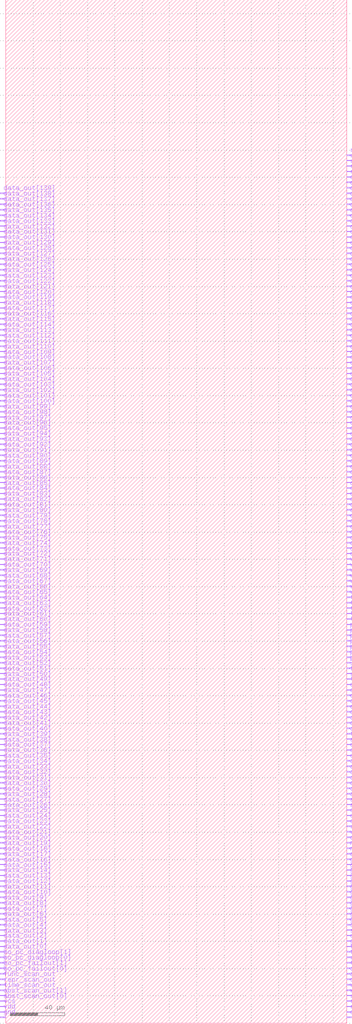
<source format=lef>
VERSION 5.7 ;
  NOWIREEXTENSIONATPIN ON ;
  DIVIDERCHAR "/" ;
  BUSBITCHARS "[]" ;
MACRO tri_32x70_2w_1r1w
  CLASS BLOCK ;
  FOREIGN tri_32x70_2w_1r1w ;
  ORIGIN 0.000 0.000 ;
  SIZE 250.000 BY 750.000 ;
  PIN gnd
    DIRECTION INOUT ;
    USE SIGNAL ;
    PORT
      LAYER met3 ;
        RECT -4.000 4.000 0.000 4.600 ;
    END
  END gnd
  PIN vdd
    DIRECTION INOUT ;
    USE SIGNAL ;
    PORT
      LAYER met3 ;
        RECT -4.000 8.000 0.000 8.600 ;
    END
  END vdd
  PIN vcs
    DIRECTION INOUT ;
    USE SIGNAL ;
    PORT
      LAYER met3 ;
        RECT -4.000 12.000 0.000 12.600 ;
    END
  END vcs
  PIN clk
    DIRECTION INPUT ;
    USE SIGNAL ;
    PORT
      LAYER met3 ;
        RECT 250.000 4.000 254.000 4.600 ;
    END
  END clk
  PIN rst
    DIRECTION INPUT ;
    USE SIGNAL ;
    PORT
      LAYER met3 ;
        RECT 250.000 8.000 254.000 8.600 ;
    END
  END rst
  PIN rd_act[0]
    DIRECTION INPUT ;
    USE SIGNAL ;
    PORT
      LAYER met3 ;
        RECT 250.000 12.000 254.000 12.600 ;
    END
  END rd_act[0]
  PIN rd_act[1]
    DIRECTION INPUT ;
    USE SIGNAL ;
    PORT
      LAYER met3 ;
        RECT 250.000 16.000 254.000 16.600 ;
    END
  END rd_act[1]
  PIN wr_act[0]
    DIRECTION INPUT ;
    USE SIGNAL ;
    PORT
      LAYER met3 ;
        RECT 250.000 20.000 254.000 20.600 ;
    END
  END wr_act[0]
  PIN wr_act[1]
    DIRECTION INPUT ;
    USE SIGNAL ;
    PORT
      LAYER met3 ;
        RECT 250.000 24.000 254.000 24.600 ;
    END
  END wr_act[1]
  PIN sg_0
    DIRECTION INPUT ;
    USE SIGNAL ;
    PORT
      LAYER met3 ;
        RECT 250.000 28.000 254.000 28.600 ;
    END
  END sg_0
  PIN abst_sl_thold_0
    DIRECTION INPUT ;
    USE SIGNAL ;
    PORT
      LAYER met3 ;
        RECT 250.000 32.000 254.000 32.600 ;
    END
  END abst_sl_thold_0
  PIN ary_nsl_thold_0
    DIRECTION INPUT ;
    USE SIGNAL ;
    PORT
      LAYER met3 ;
        RECT 250.000 36.000 254.000 36.600 ;
    END
  END ary_nsl_thold_0
  PIN time_sl_thold_0
    DIRECTION INPUT ;
    USE SIGNAL ;
    PORT
      LAYER met3 ;
        RECT 250.000 40.000 254.000 40.600 ;
    END
  END time_sl_thold_0
  PIN repr_sl_thold_0
    DIRECTION INPUT ;
    USE SIGNAL ;
    PORT
      LAYER met3 ;
        RECT 250.000 44.000 254.000 44.600 ;
    END
  END repr_sl_thold_0
  PIN func_sl_force
    DIRECTION INPUT ;
    USE SIGNAL ;
    PORT
      LAYER met3 ;
        RECT 250.000 48.000 254.000 48.600 ;
    END
  END func_sl_force
  PIN func_sl_thold_0_b
    DIRECTION INPUT ;
    USE SIGNAL ;
    PORT
      LAYER met3 ;
        RECT 250.000 52.000 254.000 52.600 ;
    END
  END func_sl_thold_0_b
  PIN g8t_clkoff_dc_b
    DIRECTION INPUT ;
    USE SIGNAL ;
    PORT
      LAYER met3 ;
        RECT 250.000 56.000 254.000 56.600 ;
    END
  END g8t_clkoff_dc_b
  PIN ccflush_dc
    DIRECTION INPUT ;
    USE SIGNAL ;
    PORT
      LAYER met3 ;
        RECT 250.000 60.000 254.000 60.600 ;
    END
  END ccflush_dc
  PIN scan_dis_dc_b
    DIRECTION INPUT ;
    USE SIGNAL ;
    PORT
      LAYER met3 ;
        RECT 250.000 64.000 254.000 64.600 ;
    END
  END scan_dis_dc_b
  PIN scan_diag_dc
    DIRECTION INPUT ;
    USE SIGNAL ;
    PORT
      LAYER met3 ;
        RECT 250.000 68.000 254.000 68.600 ;
    END
  END scan_diag_dc
  PIN g8t_d_mode_dc
    DIRECTION INPUT ;
    USE SIGNAL ;
    PORT
      LAYER met3 ;
        RECT 250.000 72.000 254.000 72.600 ;
    END
  END g8t_d_mode_dc
  PIN g8t_mpw1_dc_b[0]
    DIRECTION INPUT ;
    USE SIGNAL ;
    PORT
      LAYER met3 ;
        RECT 250.000 76.000 254.000 76.600 ;
    END
  END g8t_mpw1_dc_b[0]
  PIN g8t_mpw1_dc_b[1]
    DIRECTION INPUT ;
    USE SIGNAL ;
    PORT
      LAYER met3 ;
        RECT 250.000 80.000 254.000 80.600 ;
    END
  END g8t_mpw1_dc_b[1]
  PIN g8t_mpw1_dc_b[2]
    DIRECTION INPUT ;
    USE SIGNAL ;
    PORT
      LAYER met3 ;
        RECT 250.000 84.000 254.000 84.600 ;
    END
  END g8t_mpw1_dc_b[2]
  PIN g8t_mpw1_dc_b[3]
    DIRECTION INPUT ;
    USE SIGNAL ;
    PORT
      LAYER met3 ;
        RECT 250.000 88.000 254.000 88.600 ;
    END
  END g8t_mpw1_dc_b[3]
  PIN g8t_mpw1_dc_b[4]
    DIRECTION INPUT ;
    USE SIGNAL ;
    PORT
      LAYER met3 ;
        RECT 250.000 92.000 254.000 92.600 ;
    END
  END g8t_mpw1_dc_b[4]
  PIN g8t_mpw2_dc_b
    DIRECTION INPUT ;
    USE SIGNAL ;
    PORT
      LAYER met3 ;
        RECT 250.000 96.000 254.000 96.600 ;
    END
  END g8t_mpw2_dc_b
  PIN g8t_delay_lclkr_dc[0]
    DIRECTION INPUT ;
    USE SIGNAL ;
    PORT
      LAYER met3 ;
        RECT 250.000 100.000 254.000 100.600 ;
    END
  END g8t_delay_lclkr_dc[0]
  PIN g8t_delay_lclkr_dc[1]
    DIRECTION INPUT ;
    USE SIGNAL ;
    PORT
      LAYER met3 ;
        RECT 250.000 104.000 254.000 104.600 ;
    END
  END g8t_delay_lclkr_dc[1]
  PIN g8t_delay_lclkr_dc[2]
    DIRECTION INPUT ;
    USE SIGNAL ;
    PORT
      LAYER met3 ;
        RECT 250.000 108.000 254.000 108.600 ;
    END
  END g8t_delay_lclkr_dc[2]
  PIN g8t_delay_lclkr_dc[3]
    DIRECTION INPUT ;
    USE SIGNAL ;
    PORT
      LAYER met3 ;
        RECT 250.000 112.000 254.000 112.600 ;
    END
  END g8t_delay_lclkr_dc[3]
  PIN g8t_delay_lclkr_dc[4]
    DIRECTION INPUT ;
    USE SIGNAL ;
    PORT
      LAYER met3 ;
        RECT 250.000 116.000 254.000 116.600 ;
    END
  END g8t_delay_lclkr_dc[4]
  PIN d_mode_dc
    DIRECTION INPUT ;
    USE SIGNAL ;
    PORT
      LAYER met3 ;
        RECT 250.000 120.000 254.000 120.600 ;
    END
  END d_mode_dc
  PIN mpw1_dc_b
    DIRECTION INPUT ;
    USE SIGNAL ;
    PORT
      LAYER met3 ;
        RECT 250.000 124.000 254.000 124.600 ;
    END
  END mpw1_dc_b
  PIN mpw2_dc_b
    DIRECTION INPUT ;
    USE SIGNAL ;
    PORT
      LAYER met3 ;
        RECT 250.000 128.000 254.000 128.600 ;
    END
  END mpw2_dc_b
  PIN delay_lclkr_dc
    DIRECTION INPUT ;
    USE SIGNAL ;
    PORT
      LAYER met3 ;
        RECT 250.000 132.000 254.000 132.600 ;
    END
  END delay_lclkr_dc
  PIN wr_abst_act
    DIRECTION INPUT ;
    USE SIGNAL ;
    PORT
      LAYER met3 ;
        RECT 250.000 136.000 254.000 136.600 ;
    END
  END wr_abst_act
  PIN rd0_abst_act
    DIRECTION INPUT ;
    USE SIGNAL ;
    PORT
      LAYER met3 ;
        RECT 250.000 140.000 254.000 140.600 ;
    END
  END rd0_abst_act
  PIN abist_di[0]
    DIRECTION INPUT ;
    USE SIGNAL ;
    PORT
      LAYER met3 ;
        RECT 250.000 144.000 254.000 144.600 ;
    END
  END abist_di[0]
  PIN abist_di[1]
    DIRECTION INPUT ;
    USE SIGNAL ;
    PORT
      LAYER met3 ;
        RECT 250.000 148.000 254.000 148.600 ;
    END
  END abist_di[1]
  PIN abist_di[2]
    DIRECTION INPUT ;
    USE SIGNAL ;
    PORT
      LAYER met3 ;
        RECT 250.000 152.000 254.000 152.600 ;
    END
  END abist_di[2]
  PIN abist_di[3]
    DIRECTION INPUT ;
    USE SIGNAL ;
    PORT
      LAYER met3 ;
        RECT 250.000 156.000 254.000 156.600 ;
    END
  END abist_di[3]
  PIN abist_bw_odd
    DIRECTION INPUT ;
    USE SIGNAL ;
    PORT
      LAYER met3 ;
        RECT 250.000 160.000 254.000 160.600 ;
    END
  END abist_bw_odd
  PIN abist_bw_even
    DIRECTION INPUT ;
    USE SIGNAL ;
    PORT
      LAYER met3 ;
        RECT 250.000 164.000 254.000 164.600 ;
    END
  END abist_bw_even
  PIN abist_wr_adr[0]
    DIRECTION INPUT ;
    USE SIGNAL ;
    PORT
      LAYER met3 ;
        RECT 250.000 168.000 254.000 168.600 ;
    END
  END abist_wr_adr[0]
  PIN abist_wr_adr[1]
    DIRECTION INPUT ;
    USE SIGNAL ;
    PORT
      LAYER met3 ;
        RECT 250.000 172.000 254.000 172.600 ;
    END
  END abist_wr_adr[1]
  PIN abist_wr_adr[2]
    DIRECTION INPUT ;
    USE SIGNAL ;
    PORT
      LAYER met3 ;
        RECT 250.000 176.000 254.000 176.600 ;
    END
  END abist_wr_adr[2]
  PIN abist_wr_adr[3]
    DIRECTION INPUT ;
    USE SIGNAL ;
    PORT
      LAYER met3 ;
        RECT 250.000 180.000 254.000 180.600 ;
    END
  END abist_wr_adr[3]
  PIN abist_wr_adr[4]
    DIRECTION INPUT ;
    USE SIGNAL ;
    PORT
      LAYER met3 ;
        RECT 250.000 184.000 254.000 184.600 ;
    END
  END abist_wr_adr[4]
  PIN abist_rd0_adr[0]
    DIRECTION INPUT ;
    USE SIGNAL ;
    PORT
      LAYER met3 ;
        RECT 250.000 188.000 254.000 188.600 ;
    END
  END abist_rd0_adr[0]
  PIN abist_rd0_adr[1]
    DIRECTION INPUT ;
    USE SIGNAL ;
    PORT
      LAYER met3 ;
        RECT 250.000 192.000 254.000 192.600 ;
    END
  END abist_rd0_adr[1]
  PIN abist_rd0_adr[2]
    DIRECTION INPUT ;
    USE SIGNAL ;
    PORT
      LAYER met3 ;
        RECT 250.000 196.000 254.000 196.600 ;
    END
  END abist_rd0_adr[2]
  PIN abist_rd0_adr[3]
    DIRECTION INPUT ;
    USE SIGNAL ;
    PORT
      LAYER met3 ;
        RECT 250.000 200.000 254.000 200.600 ;
    END
  END abist_rd0_adr[3]
  PIN abist_rd0_adr[4]
    DIRECTION INPUT ;
    USE SIGNAL ;
    PORT
      LAYER met3 ;
        RECT 250.000 204.000 254.000 204.600 ;
    END
  END abist_rd0_adr[4]
  PIN tc_lbist_ary_wrt_thru_dc
    DIRECTION INPUT ;
    USE SIGNAL ;
    PORT
      LAYER met3 ;
        RECT 250.000 208.000 254.000 208.600 ;
    END
  END tc_lbist_ary_wrt_thru_dc
  PIN abist_ena_1
    DIRECTION INPUT ;
    USE SIGNAL ;
    PORT
      LAYER met3 ;
        RECT 250.000 212.000 254.000 212.600 ;
    END
  END abist_ena_1
  PIN abist_g8t_rd0_comp_ena
    DIRECTION INPUT ;
    USE SIGNAL ;
    PORT
      LAYER met3 ;
        RECT 250.000 216.000 254.000 216.600 ;
    END
  END abist_g8t_rd0_comp_ena
  PIN abist_raw_dc_b
    DIRECTION INPUT ;
    USE SIGNAL ;
    PORT
      LAYER met3 ;
        RECT 250.000 220.000 254.000 220.600 ;
    END
  END abist_raw_dc_b
  PIN obs0_abist_cmp[0]
    DIRECTION INPUT ;
    USE SIGNAL ;
    PORT
      LAYER met3 ;
        RECT 250.000 224.000 254.000 224.600 ;
    END
  END obs0_abist_cmp[0]
  PIN obs0_abist_cmp[1]
    DIRECTION INPUT ;
    USE SIGNAL ;
    PORT
      LAYER met3 ;
        RECT 250.000 228.000 254.000 228.600 ;
    END
  END obs0_abist_cmp[1]
  PIN obs0_abist_cmp[2]
    DIRECTION INPUT ;
    USE SIGNAL ;
    PORT
      LAYER met3 ;
        RECT 250.000 232.000 254.000 232.600 ;
    END
  END obs0_abist_cmp[2]
  PIN obs0_abist_cmp[3]
    DIRECTION INPUT ;
    USE SIGNAL ;
    PORT
      LAYER met3 ;
        RECT 250.000 236.000 254.000 236.600 ;
    END
  END obs0_abist_cmp[3]
  PIN abst_scan_in[0]
    DIRECTION INPUT ;
    USE SIGNAL ;
    PORT
      LAYER met3 ;
        RECT 250.000 240.000 254.000 240.600 ;
    END
  END abst_scan_in[0]
  PIN abst_scan_in[1]
    DIRECTION INPUT ;
    USE SIGNAL ;
    PORT
      LAYER met3 ;
        RECT 250.000 244.000 254.000 244.600 ;
    END
  END abst_scan_in[1]
  PIN time_scan_in
    DIRECTION INPUT ;
    USE SIGNAL ;
    PORT
      LAYER met3 ;
        RECT 250.000 248.000 254.000 248.600 ;
    END
  END time_scan_in
  PIN repr_scan_in
    DIRECTION INPUT ;
    USE SIGNAL ;
    PORT
      LAYER met3 ;
        RECT 250.000 252.000 254.000 252.600 ;
    END
  END repr_scan_in
  PIN func_scan_in
    DIRECTION INPUT ;
    USE SIGNAL ;
    PORT
      LAYER met3 ;
        RECT 250.000 256.000 254.000 256.600 ;
    END
  END func_scan_in
  PIN abst_scan_out[0]
    DIRECTION OUTPUT TRISTATE ;
    USE SIGNAL ;
    PORT
      LAYER met3 ;
        RECT -4.000 16.000 0.000 16.600 ;
    END
  END abst_scan_out[0]
  PIN abst_scan_out[1]
    DIRECTION OUTPUT TRISTATE ;
    USE SIGNAL ;
    PORT
      LAYER met3 ;
        RECT -4.000 20.000 0.000 20.600 ;
    END
  END abst_scan_out[1]
  PIN time_scan_out
    DIRECTION OUTPUT TRISTATE ;
    USE SIGNAL ;
    PORT
      LAYER met3 ;
        RECT -4.000 24.000 0.000 24.600 ;
    END
  END time_scan_out
  PIN repr_scan_out
    DIRECTION OUTPUT TRISTATE ;
    USE SIGNAL ;
    PORT
      LAYER met3 ;
        RECT -4.000 28.000 0.000 28.600 ;
    END
  END repr_scan_out
  PIN func_scan_out
    DIRECTION OUTPUT TRISTATE ;
    USE SIGNAL ;
    PORT
      LAYER met3 ;
        RECT -4.000 32.000 0.000 32.600 ;
    END
  END func_scan_out
  PIN lcb_bolt_sl_thold_0
    DIRECTION INPUT ;
    USE SIGNAL ;
    PORT
      LAYER met3 ;
        RECT 250.000 260.000 254.000 260.600 ;
    END
  END lcb_bolt_sl_thold_0
  PIN pc_bo_enable_2
    DIRECTION INPUT ;
    USE SIGNAL ;
    PORT
      LAYER met3 ;
        RECT 250.000 264.000 254.000 264.600 ;
    END
  END pc_bo_enable_2
  PIN pc_bo_reset
    DIRECTION INPUT ;
    USE SIGNAL ;
    PORT
      LAYER met3 ;
        RECT 250.000 268.000 254.000 268.600 ;
    END
  END pc_bo_reset
  PIN pc_bo_unload
    DIRECTION INPUT ;
    USE SIGNAL ;
    PORT
      LAYER met3 ;
        RECT 250.000 272.000 254.000 272.600 ;
    END
  END pc_bo_unload
  PIN pc_bo_repair
    DIRECTION INPUT ;
    USE SIGNAL ;
    PORT
      LAYER met3 ;
        RECT 250.000 276.000 254.000 276.600 ;
    END
  END pc_bo_repair
  PIN pc_bo_shdata
    DIRECTION INPUT ;
    USE SIGNAL ;
    PORT
      LAYER met3 ;
        RECT 250.000 280.000 254.000 280.600 ;
    END
  END pc_bo_shdata
  PIN pc_bo_select[0]
    DIRECTION INPUT ;
    USE SIGNAL ;
    PORT
      LAYER met3 ;
        RECT 250.000 284.000 254.000 284.600 ;
    END
  END pc_bo_select[0]
  PIN pc_bo_select[1]
    DIRECTION INPUT ;
    USE SIGNAL ;
    PORT
      LAYER met3 ;
        RECT 250.000 288.000 254.000 288.600 ;
    END
  END pc_bo_select[1]
  PIN bo_pc_failout[0]
    DIRECTION OUTPUT TRISTATE ;
    USE SIGNAL ;
    PORT
      LAYER met3 ;
        RECT -4.000 36.000 0.000 36.600 ;
    END
  END bo_pc_failout[0]
  PIN bo_pc_failout[1]
    DIRECTION OUTPUT TRISTATE ;
    USE SIGNAL ;
    PORT
      LAYER met3 ;
        RECT -4.000 40.000 0.000 40.600 ;
    END
  END bo_pc_failout[1]
  PIN bo_pc_diagloop[0]
    DIRECTION OUTPUT TRISTATE ;
    USE SIGNAL ;
    PORT
      LAYER met3 ;
        RECT -4.000 44.000 0.000 44.600 ;
    END
  END bo_pc_diagloop[0]
  PIN bo_pc_diagloop[1]
    DIRECTION OUTPUT TRISTATE ;
    USE SIGNAL ;
    PORT
      LAYER met3 ;
        RECT -4.000 48.000 0.000 48.600 ;
    END
  END bo_pc_diagloop[1]
  PIN tri_lcb_mpw1_dc_b
    DIRECTION INPUT ;
    USE SIGNAL ;
    PORT
      LAYER met3 ;
        RECT 250.000 292.000 254.000 292.600 ;
    END
  END tri_lcb_mpw1_dc_b
  PIN tri_lcb_mpw2_dc_b
    DIRECTION INPUT ;
    USE SIGNAL ;
    PORT
      LAYER met3 ;
        RECT 250.000 296.000 254.000 296.600 ;
    END
  END tri_lcb_mpw2_dc_b
  PIN tri_lcb_delay_lclkr_dc
    DIRECTION INPUT ;
    USE SIGNAL ;
    PORT
      LAYER met3 ;
        RECT 250.000 300.000 254.000 300.600 ;
    END
  END tri_lcb_delay_lclkr_dc
  PIN tri_lcb_clkoff_dc_b
    DIRECTION INPUT ;
    USE SIGNAL ;
    PORT
      LAYER met3 ;
        RECT 250.000 304.000 254.000 304.600 ;
    END
  END tri_lcb_clkoff_dc_b
  PIN tri_lcb_act_dis_dc
    DIRECTION INPUT ;
    USE SIGNAL ;
    PORT
      LAYER met3 ;
        RECT 250.000 308.000 254.000 308.600 ;
    END
  END tri_lcb_act_dis_dc
  PIN wr_way[0]
    DIRECTION INPUT ;
    USE SIGNAL ;
    PORT
      LAYER met3 ;
        RECT 250.000 312.000 254.000 312.600 ;
    END
  END wr_way[0]
  PIN wr_way[1]
    DIRECTION INPUT ;
    USE SIGNAL ;
    PORT
      LAYER met3 ;
        RECT 250.000 316.000 254.000 316.600 ;
    END
  END wr_way[1]
  PIN wr_addr[0]
    DIRECTION INPUT ;
    USE SIGNAL ;
    PORT
      LAYER met3 ;
        RECT 250.000 320.000 254.000 320.600 ;
    END
  END wr_addr[0]
  PIN wr_addr[1]
    DIRECTION INPUT ;
    USE SIGNAL ;
    PORT
      LAYER met3 ;
        RECT 250.000 324.000 254.000 324.600 ;
    END
  END wr_addr[1]
  PIN wr_addr[2]
    DIRECTION INPUT ;
    USE SIGNAL ;
    PORT
      LAYER met3 ;
        RECT 250.000 328.000 254.000 328.600 ;
    END
  END wr_addr[2]
  PIN wr_addr[3]
    DIRECTION INPUT ;
    USE SIGNAL ;
    PORT
      LAYER met3 ;
        RECT 250.000 332.000 254.000 332.600 ;
    END
  END wr_addr[3]
  PIN wr_addr[4]
    DIRECTION INPUT ;
    USE SIGNAL ;
    PORT
      LAYER met3 ;
        RECT 250.000 336.000 254.000 336.600 ;
    END
  END wr_addr[4]
  PIN data_in[0]
    DIRECTION INPUT ;
    USE SIGNAL ;
    PORT
      LAYER met3 ;
        RECT 250.000 340.000 254.000 340.600 ;
    END
  END data_in[0]
  PIN data_in[1]
    DIRECTION INPUT ;
    USE SIGNAL ;
    PORT
      LAYER met3 ;
        RECT 250.000 344.000 254.000 344.600 ;
    END
  END data_in[1]
  PIN data_in[2]
    DIRECTION INPUT ;
    USE SIGNAL ;
    PORT
      LAYER met3 ;
        RECT 250.000 348.000 254.000 348.600 ;
    END
  END data_in[2]
  PIN data_in[3]
    DIRECTION INPUT ;
    USE SIGNAL ;
    PORT
      LAYER met3 ;
        RECT 250.000 352.000 254.000 352.600 ;
    END
  END data_in[3]
  PIN data_in[4]
    DIRECTION INPUT ;
    USE SIGNAL ;
    PORT
      LAYER met3 ;
        RECT 250.000 356.000 254.000 356.600 ;
    END
  END data_in[4]
  PIN data_in[5]
    DIRECTION INPUT ;
    USE SIGNAL ;
    PORT
      LAYER met3 ;
        RECT 250.000 360.000 254.000 360.600 ;
    END
  END data_in[5]
  PIN data_in[6]
    DIRECTION INPUT ;
    USE SIGNAL ;
    PORT
      LAYER met3 ;
        RECT 250.000 364.000 254.000 364.600 ;
    END
  END data_in[6]
  PIN data_in[7]
    DIRECTION INPUT ;
    USE SIGNAL ;
    PORT
      LAYER met3 ;
        RECT 250.000 368.000 254.000 368.600 ;
    END
  END data_in[7]
  PIN data_in[8]
    DIRECTION INPUT ;
    USE SIGNAL ;
    PORT
      LAYER met3 ;
        RECT 250.000 372.000 254.000 372.600 ;
    END
  END data_in[8]
  PIN data_in[9]
    DIRECTION INPUT ;
    USE SIGNAL ;
    PORT
      LAYER met3 ;
        RECT 250.000 376.000 254.000 376.600 ;
    END
  END data_in[9]
  PIN data_in[10]
    DIRECTION INPUT ;
    USE SIGNAL ;
    PORT
      LAYER met3 ;
        RECT 250.000 380.000 254.000 380.600 ;
    END
  END data_in[10]
  PIN data_in[11]
    DIRECTION INPUT ;
    USE SIGNAL ;
    PORT
      LAYER met3 ;
        RECT 250.000 384.000 254.000 384.600 ;
    END
  END data_in[11]
  PIN data_in[12]
    DIRECTION INPUT ;
    USE SIGNAL ;
    PORT
      LAYER met3 ;
        RECT 250.000 388.000 254.000 388.600 ;
    END
  END data_in[12]
  PIN data_in[13]
    DIRECTION INPUT ;
    USE SIGNAL ;
    PORT
      LAYER met3 ;
        RECT 250.000 392.000 254.000 392.600 ;
    END
  END data_in[13]
  PIN data_in[14]
    DIRECTION INPUT ;
    USE SIGNAL ;
    PORT
      LAYER met3 ;
        RECT 250.000 396.000 254.000 396.600 ;
    END
  END data_in[14]
  PIN data_in[15]
    DIRECTION INPUT ;
    USE SIGNAL ;
    PORT
      LAYER met3 ;
        RECT 250.000 400.000 254.000 400.600 ;
    END
  END data_in[15]
  PIN data_in[16]
    DIRECTION INPUT ;
    USE SIGNAL ;
    PORT
      LAYER met3 ;
        RECT 250.000 404.000 254.000 404.600 ;
    END
  END data_in[16]
  PIN data_in[17]
    DIRECTION INPUT ;
    USE SIGNAL ;
    PORT
      LAYER met3 ;
        RECT 250.000 408.000 254.000 408.600 ;
    END
  END data_in[17]
  PIN data_in[18]
    DIRECTION INPUT ;
    USE SIGNAL ;
    PORT
      LAYER met3 ;
        RECT 250.000 412.000 254.000 412.600 ;
    END
  END data_in[18]
  PIN data_in[19]
    DIRECTION INPUT ;
    USE SIGNAL ;
    PORT
      LAYER met3 ;
        RECT 250.000 416.000 254.000 416.600 ;
    END
  END data_in[19]
  PIN data_in[20]
    DIRECTION INPUT ;
    USE SIGNAL ;
    PORT
      LAYER met3 ;
        RECT 250.000 420.000 254.000 420.600 ;
    END
  END data_in[20]
  PIN data_in[21]
    DIRECTION INPUT ;
    USE SIGNAL ;
    PORT
      LAYER met3 ;
        RECT 250.000 424.000 254.000 424.600 ;
    END
  END data_in[21]
  PIN data_in[22]
    DIRECTION INPUT ;
    USE SIGNAL ;
    PORT
      LAYER met3 ;
        RECT 250.000 428.000 254.000 428.600 ;
    END
  END data_in[22]
  PIN data_in[23]
    DIRECTION INPUT ;
    USE SIGNAL ;
    PORT
      LAYER met3 ;
        RECT 250.000 432.000 254.000 432.600 ;
    END
  END data_in[23]
  PIN data_in[24]
    DIRECTION INPUT ;
    USE SIGNAL ;
    PORT
      LAYER met3 ;
        RECT 250.000 436.000 254.000 436.600 ;
    END
  END data_in[24]
  PIN data_in[25]
    DIRECTION INPUT ;
    USE SIGNAL ;
    PORT
      LAYER met3 ;
        RECT 250.000 440.000 254.000 440.600 ;
    END
  END data_in[25]
  PIN data_in[26]
    DIRECTION INPUT ;
    USE SIGNAL ;
    PORT
      LAYER met3 ;
        RECT 250.000 444.000 254.000 444.600 ;
    END
  END data_in[26]
  PIN data_in[27]
    DIRECTION INPUT ;
    USE SIGNAL ;
    PORT
      LAYER met3 ;
        RECT 250.000 448.000 254.000 448.600 ;
    END
  END data_in[27]
  PIN data_in[28]
    DIRECTION INPUT ;
    USE SIGNAL ;
    PORT
      LAYER met3 ;
        RECT 250.000 452.000 254.000 452.600 ;
    END
  END data_in[28]
  PIN data_in[29]
    DIRECTION INPUT ;
    USE SIGNAL ;
    PORT
      LAYER met3 ;
        RECT 250.000 456.000 254.000 456.600 ;
    END
  END data_in[29]
  PIN data_in[30]
    DIRECTION INPUT ;
    USE SIGNAL ;
    PORT
      LAYER met3 ;
        RECT 250.000 460.000 254.000 460.600 ;
    END
  END data_in[30]
  PIN data_in[31]
    DIRECTION INPUT ;
    USE SIGNAL ;
    PORT
      LAYER met3 ;
        RECT 250.000 464.000 254.000 464.600 ;
    END
  END data_in[31]
  PIN data_in[32]
    DIRECTION INPUT ;
    USE SIGNAL ;
    PORT
      LAYER met3 ;
        RECT 250.000 468.000 254.000 468.600 ;
    END
  END data_in[32]
  PIN data_in[33]
    DIRECTION INPUT ;
    USE SIGNAL ;
    PORT
      LAYER met3 ;
        RECT 250.000 472.000 254.000 472.600 ;
    END
  END data_in[33]
  PIN data_in[34]
    DIRECTION INPUT ;
    USE SIGNAL ;
    PORT
      LAYER met3 ;
        RECT 250.000 476.000 254.000 476.600 ;
    END
  END data_in[34]
  PIN data_in[35]
    DIRECTION INPUT ;
    USE SIGNAL ;
    PORT
      LAYER met3 ;
        RECT 250.000 480.000 254.000 480.600 ;
    END
  END data_in[35]
  PIN data_in[36]
    DIRECTION INPUT ;
    USE SIGNAL ;
    PORT
      LAYER met3 ;
        RECT 250.000 484.000 254.000 484.600 ;
    END
  END data_in[36]
  PIN data_in[37]
    DIRECTION INPUT ;
    USE SIGNAL ;
    PORT
      LAYER met3 ;
        RECT 250.000 488.000 254.000 488.600 ;
    END
  END data_in[37]
  PIN data_in[38]
    DIRECTION INPUT ;
    USE SIGNAL ;
    PORT
      LAYER met3 ;
        RECT 250.000 492.000 254.000 492.600 ;
    END
  END data_in[38]
  PIN data_in[39]
    DIRECTION INPUT ;
    USE SIGNAL ;
    PORT
      LAYER met3 ;
        RECT 250.000 496.000 254.000 496.600 ;
    END
  END data_in[39]
  PIN data_in[40]
    DIRECTION INPUT ;
    USE SIGNAL ;
    PORT
      LAYER met3 ;
        RECT 250.000 500.000 254.000 500.600 ;
    END
  END data_in[40]
  PIN data_in[41]
    DIRECTION INPUT ;
    USE SIGNAL ;
    PORT
      LAYER met3 ;
        RECT 250.000 504.000 254.000 504.600 ;
    END
  END data_in[41]
  PIN data_in[42]
    DIRECTION INPUT ;
    USE SIGNAL ;
    PORT
      LAYER met3 ;
        RECT 250.000 508.000 254.000 508.600 ;
    END
  END data_in[42]
  PIN data_in[43]
    DIRECTION INPUT ;
    USE SIGNAL ;
    PORT
      LAYER met3 ;
        RECT 250.000 512.000 254.000 512.600 ;
    END
  END data_in[43]
  PIN data_in[44]
    DIRECTION INPUT ;
    USE SIGNAL ;
    PORT
      LAYER met3 ;
        RECT 250.000 516.000 254.000 516.600 ;
    END
  END data_in[44]
  PIN data_in[45]
    DIRECTION INPUT ;
    USE SIGNAL ;
    PORT
      LAYER met3 ;
        RECT 250.000 520.000 254.000 520.600 ;
    END
  END data_in[45]
  PIN data_in[46]
    DIRECTION INPUT ;
    USE SIGNAL ;
    PORT
      LAYER met3 ;
        RECT 250.000 524.000 254.000 524.600 ;
    END
  END data_in[46]
  PIN data_in[47]
    DIRECTION INPUT ;
    USE SIGNAL ;
    PORT
      LAYER met3 ;
        RECT 250.000 528.000 254.000 528.600 ;
    END
  END data_in[47]
  PIN data_in[48]
    DIRECTION INPUT ;
    USE SIGNAL ;
    PORT
      LAYER met3 ;
        RECT 250.000 532.000 254.000 532.600 ;
    END
  END data_in[48]
  PIN data_in[49]
    DIRECTION INPUT ;
    USE SIGNAL ;
    PORT
      LAYER met3 ;
        RECT 250.000 536.000 254.000 536.600 ;
    END
  END data_in[49]
  PIN data_in[50]
    DIRECTION INPUT ;
    USE SIGNAL ;
    PORT
      LAYER met3 ;
        RECT 250.000 540.000 254.000 540.600 ;
    END
  END data_in[50]
  PIN data_in[51]
    DIRECTION INPUT ;
    USE SIGNAL ;
    PORT
      LAYER met3 ;
        RECT 250.000 544.000 254.000 544.600 ;
    END
  END data_in[51]
  PIN data_in[52]
    DIRECTION INPUT ;
    USE SIGNAL ;
    PORT
      LAYER met3 ;
        RECT 250.000 548.000 254.000 548.600 ;
    END
  END data_in[52]
  PIN data_in[53]
    DIRECTION INPUT ;
    USE SIGNAL ;
    PORT
      LAYER met3 ;
        RECT 250.000 552.000 254.000 552.600 ;
    END
  END data_in[53]
  PIN data_in[54]
    DIRECTION INPUT ;
    USE SIGNAL ;
    PORT
      LAYER met3 ;
        RECT 250.000 556.000 254.000 556.600 ;
    END
  END data_in[54]
  PIN data_in[55]
    DIRECTION INPUT ;
    USE SIGNAL ;
    PORT
      LAYER met3 ;
        RECT 250.000 560.000 254.000 560.600 ;
    END
  END data_in[55]
  PIN data_in[56]
    DIRECTION INPUT ;
    USE SIGNAL ;
    PORT
      LAYER met3 ;
        RECT 250.000 564.000 254.000 564.600 ;
    END
  END data_in[56]
  PIN data_in[57]
    DIRECTION INPUT ;
    USE SIGNAL ;
    PORT
      LAYER met3 ;
        RECT 250.000 568.000 254.000 568.600 ;
    END
  END data_in[57]
  PIN data_in[58]
    DIRECTION INPUT ;
    USE SIGNAL ;
    PORT
      LAYER met3 ;
        RECT 250.000 572.000 254.000 572.600 ;
    END
  END data_in[58]
  PIN data_in[59]
    DIRECTION INPUT ;
    USE SIGNAL ;
    PORT
      LAYER met3 ;
        RECT 250.000 576.000 254.000 576.600 ;
    END
  END data_in[59]
  PIN data_in[60]
    DIRECTION INPUT ;
    USE SIGNAL ;
    PORT
      LAYER met3 ;
        RECT 250.000 580.000 254.000 580.600 ;
    END
  END data_in[60]
  PIN data_in[61]
    DIRECTION INPUT ;
    USE SIGNAL ;
    PORT
      LAYER met3 ;
        RECT 250.000 584.000 254.000 584.600 ;
    END
  END data_in[61]
  PIN data_in[62]
    DIRECTION INPUT ;
    USE SIGNAL ;
    PORT
      LAYER met3 ;
        RECT 250.000 588.000 254.000 588.600 ;
    END
  END data_in[62]
  PIN data_in[63]
    DIRECTION INPUT ;
    USE SIGNAL ;
    PORT
      LAYER met3 ;
        RECT 250.000 592.000 254.000 592.600 ;
    END
  END data_in[63]
  PIN data_in[64]
    DIRECTION INPUT ;
    USE SIGNAL ;
    PORT
      LAYER met3 ;
        RECT 250.000 596.000 254.000 596.600 ;
    END
  END data_in[64]
  PIN data_in[65]
    DIRECTION INPUT ;
    USE SIGNAL ;
    PORT
      LAYER met3 ;
        RECT 250.000 600.000 254.000 600.600 ;
    END
  END data_in[65]
  PIN data_in[66]
    DIRECTION INPUT ;
    USE SIGNAL ;
    PORT
      LAYER met3 ;
        RECT 250.000 604.000 254.000 604.600 ;
    END
  END data_in[66]
  PIN data_in[67]
    DIRECTION INPUT ;
    USE SIGNAL ;
    PORT
      LAYER met3 ;
        RECT 250.000 608.000 254.000 608.600 ;
    END
  END data_in[67]
  PIN data_in[68]
    DIRECTION INPUT ;
    USE SIGNAL ;
    PORT
      LAYER met3 ;
        RECT 250.000 612.000 254.000 612.600 ;
    END
  END data_in[68]
  PIN data_in[69]
    DIRECTION INPUT ;
    USE SIGNAL ;
    PORT
      LAYER met3 ;
        RECT 250.000 616.000 254.000 616.600 ;
    END
  END data_in[69]
  PIN rd_addr[0]
    DIRECTION INPUT ;
    USE SIGNAL ;
    PORT
      LAYER met3 ;
        RECT 250.000 620.000 254.000 620.600 ;
    END
  END rd_addr[0]
  PIN rd_addr[1]
    DIRECTION INPUT ;
    USE SIGNAL ;
    PORT
      LAYER met3 ;
        RECT 250.000 624.000 254.000 624.600 ;
    END
  END rd_addr[1]
  PIN rd_addr[2]
    DIRECTION INPUT ;
    USE SIGNAL ;
    PORT
      LAYER met3 ;
        RECT 250.000 628.000 254.000 628.600 ;
    END
  END rd_addr[2]
  PIN rd_addr[3]
    DIRECTION INPUT ;
    USE SIGNAL ;
    PORT
      LAYER met3 ;
        RECT 250.000 632.000 254.000 632.600 ;
    END
  END rd_addr[3]
  PIN rd_addr[4]
    DIRECTION INPUT ;
    USE SIGNAL ;
    PORT
      LAYER met3 ;
        RECT 250.000 636.000 254.000 636.600 ;
    END
  END rd_addr[4]
  PIN data_out[0]
    DIRECTION OUTPUT TRISTATE ;
    USE SIGNAL ;
    PORT
      LAYER met3 ;
        RECT -4.000 52.000 0.000 52.600 ;
    END
  END data_out[0]
  PIN data_out[1]
    DIRECTION OUTPUT TRISTATE ;
    USE SIGNAL ;
    PORT
      LAYER met3 ;
        RECT -4.000 56.000 0.000 56.600 ;
    END
  END data_out[1]
  PIN data_out[2]
    DIRECTION OUTPUT TRISTATE ;
    USE SIGNAL ;
    PORT
      LAYER met3 ;
        RECT -4.000 60.000 0.000 60.600 ;
    END
  END data_out[2]
  PIN data_out[3]
    DIRECTION OUTPUT TRISTATE ;
    USE SIGNAL ;
    PORT
      LAYER met3 ;
        RECT -4.000 64.000 0.000 64.600 ;
    END
  END data_out[3]
  PIN data_out[4]
    DIRECTION OUTPUT TRISTATE ;
    USE SIGNAL ;
    PORT
      LAYER met3 ;
        RECT -4.000 68.000 0.000 68.600 ;
    END
  END data_out[4]
  PIN data_out[5]
    DIRECTION OUTPUT TRISTATE ;
    USE SIGNAL ;
    PORT
      LAYER met3 ;
        RECT -4.000 72.000 0.000 72.600 ;
    END
  END data_out[5]
  PIN data_out[6]
    DIRECTION OUTPUT TRISTATE ;
    USE SIGNAL ;
    PORT
      LAYER met3 ;
        RECT -4.000 76.000 0.000 76.600 ;
    END
  END data_out[6]
  PIN data_out[7]
    DIRECTION OUTPUT TRISTATE ;
    USE SIGNAL ;
    PORT
      LAYER met3 ;
        RECT -4.000 80.000 0.000 80.600 ;
    END
  END data_out[7]
  PIN data_out[8]
    DIRECTION OUTPUT TRISTATE ;
    USE SIGNAL ;
    PORT
      LAYER met3 ;
        RECT -4.000 84.000 0.000 84.600 ;
    END
  END data_out[8]
  PIN data_out[9]
    DIRECTION OUTPUT TRISTATE ;
    USE SIGNAL ;
    PORT
      LAYER met3 ;
        RECT -4.000 88.000 0.000 88.600 ;
    END
  END data_out[9]
  PIN data_out[10]
    DIRECTION OUTPUT TRISTATE ;
    USE SIGNAL ;
    PORT
      LAYER met3 ;
        RECT -4.000 92.000 0.000 92.600 ;
    END
  END data_out[10]
  PIN data_out[11]
    DIRECTION OUTPUT TRISTATE ;
    USE SIGNAL ;
    PORT
      LAYER met3 ;
        RECT -4.000 96.000 0.000 96.600 ;
    END
  END data_out[11]
  PIN data_out[12]
    DIRECTION OUTPUT TRISTATE ;
    USE SIGNAL ;
    PORT
      LAYER met3 ;
        RECT -4.000 100.000 0.000 100.600 ;
    END
  END data_out[12]
  PIN data_out[13]
    DIRECTION OUTPUT TRISTATE ;
    USE SIGNAL ;
    PORT
      LAYER met3 ;
        RECT -4.000 104.000 0.000 104.600 ;
    END
  END data_out[13]
  PIN data_out[14]
    DIRECTION OUTPUT TRISTATE ;
    USE SIGNAL ;
    PORT
      LAYER met3 ;
        RECT -4.000 108.000 0.000 108.600 ;
    END
  END data_out[14]
  PIN data_out[15]
    DIRECTION OUTPUT TRISTATE ;
    USE SIGNAL ;
    PORT
      LAYER met3 ;
        RECT -4.000 112.000 0.000 112.600 ;
    END
  END data_out[15]
  PIN data_out[16]
    DIRECTION OUTPUT TRISTATE ;
    USE SIGNAL ;
    PORT
      LAYER met3 ;
        RECT -4.000 116.000 0.000 116.600 ;
    END
  END data_out[16]
  PIN data_out[17]
    DIRECTION OUTPUT TRISTATE ;
    USE SIGNAL ;
    PORT
      LAYER met3 ;
        RECT -4.000 120.000 0.000 120.600 ;
    END
  END data_out[17]
  PIN data_out[18]
    DIRECTION OUTPUT TRISTATE ;
    USE SIGNAL ;
    PORT
      LAYER met3 ;
        RECT -4.000 124.000 0.000 124.600 ;
    END
  END data_out[18]
  PIN data_out[19]
    DIRECTION OUTPUT TRISTATE ;
    USE SIGNAL ;
    PORT
      LAYER met3 ;
        RECT -4.000 128.000 0.000 128.600 ;
    END
  END data_out[19]
  PIN data_out[20]
    DIRECTION OUTPUT TRISTATE ;
    USE SIGNAL ;
    PORT
      LAYER met3 ;
        RECT -4.000 132.000 0.000 132.600 ;
    END
  END data_out[20]
  PIN data_out[21]
    DIRECTION OUTPUT TRISTATE ;
    USE SIGNAL ;
    PORT
      LAYER met3 ;
        RECT -4.000 136.000 0.000 136.600 ;
    END
  END data_out[21]
  PIN data_out[22]
    DIRECTION OUTPUT TRISTATE ;
    USE SIGNAL ;
    PORT
      LAYER met3 ;
        RECT -4.000 140.000 0.000 140.600 ;
    END
  END data_out[22]
  PIN data_out[23]
    DIRECTION OUTPUT TRISTATE ;
    USE SIGNAL ;
    PORT
      LAYER met3 ;
        RECT -4.000 144.000 0.000 144.600 ;
    END
  END data_out[23]
  PIN data_out[24]
    DIRECTION OUTPUT TRISTATE ;
    USE SIGNAL ;
    PORT
      LAYER met3 ;
        RECT -4.000 148.000 0.000 148.600 ;
    END
  END data_out[24]
  PIN data_out[25]
    DIRECTION OUTPUT TRISTATE ;
    USE SIGNAL ;
    PORT
      LAYER met3 ;
        RECT -4.000 152.000 0.000 152.600 ;
    END
  END data_out[25]
  PIN data_out[26]
    DIRECTION OUTPUT TRISTATE ;
    USE SIGNAL ;
    PORT
      LAYER met3 ;
        RECT -4.000 156.000 0.000 156.600 ;
    END
  END data_out[26]
  PIN data_out[27]
    DIRECTION OUTPUT TRISTATE ;
    USE SIGNAL ;
    PORT
      LAYER met3 ;
        RECT -4.000 160.000 0.000 160.600 ;
    END
  END data_out[27]
  PIN data_out[28]
    DIRECTION OUTPUT TRISTATE ;
    USE SIGNAL ;
    PORT
      LAYER met3 ;
        RECT -4.000 164.000 0.000 164.600 ;
    END
  END data_out[28]
  PIN data_out[29]
    DIRECTION OUTPUT TRISTATE ;
    USE SIGNAL ;
    PORT
      LAYER met3 ;
        RECT -4.000 168.000 0.000 168.600 ;
    END
  END data_out[29]
  PIN data_out[30]
    DIRECTION OUTPUT TRISTATE ;
    USE SIGNAL ;
    PORT
      LAYER met3 ;
        RECT -4.000 172.000 0.000 172.600 ;
    END
  END data_out[30]
  PIN data_out[31]
    DIRECTION OUTPUT TRISTATE ;
    USE SIGNAL ;
    PORT
      LAYER met3 ;
        RECT -4.000 176.000 0.000 176.600 ;
    END
  END data_out[31]
  PIN data_out[32]
    DIRECTION OUTPUT TRISTATE ;
    USE SIGNAL ;
    PORT
      LAYER met3 ;
        RECT -4.000 180.000 0.000 180.600 ;
    END
  END data_out[32]
  PIN data_out[33]
    DIRECTION OUTPUT TRISTATE ;
    USE SIGNAL ;
    PORT
      LAYER met3 ;
        RECT -4.000 184.000 0.000 184.600 ;
    END
  END data_out[33]
  PIN data_out[34]
    DIRECTION OUTPUT TRISTATE ;
    USE SIGNAL ;
    PORT
      LAYER met3 ;
        RECT -4.000 188.000 0.000 188.600 ;
    END
  END data_out[34]
  PIN data_out[35]
    DIRECTION OUTPUT TRISTATE ;
    USE SIGNAL ;
    PORT
      LAYER met3 ;
        RECT -4.000 192.000 0.000 192.600 ;
    END
  END data_out[35]
  PIN data_out[36]
    DIRECTION OUTPUT TRISTATE ;
    USE SIGNAL ;
    PORT
      LAYER met3 ;
        RECT -4.000 196.000 0.000 196.600 ;
    END
  END data_out[36]
  PIN data_out[37]
    DIRECTION OUTPUT TRISTATE ;
    USE SIGNAL ;
    PORT
      LAYER met3 ;
        RECT -4.000 200.000 0.000 200.600 ;
    END
  END data_out[37]
  PIN data_out[38]
    DIRECTION OUTPUT TRISTATE ;
    USE SIGNAL ;
    PORT
      LAYER met3 ;
        RECT -4.000 204.000 0.000 204.600 ;
    END
  END data_out[38]
  PIN data_out[39]
    DIRECTION OUTPUT TRISTATE ;
    USE SIGNAL ;
    PORT
      LAYER met3 ;
        RECT -4.000 208.000 0.000 208.600 ;
    END
  END data_out[39]
  PIN data_out[40]
    DIRECTION OUTPUT TRISTATE ;
    USE SIGNAL ;
    PORT
      LAYER met3 ;
        RECT -4.000 212.000 0.000 212.600 ;
    END
  END data_out[40]
  PIN data_out[41]
    DIRECTION OUTPUT TRISTATE ;
    USE SIGNAL ;
    PORT
      LAYER met3 ;
        RECT -4.000 216.000 0.000 216.600 ;
    END
  END data_out[41]
  PIN data_out[42]
    DIRECTION OUTPUT TRISTATE ;
    USE SIGNAL ;
    PORT
      LAYER met3 ;
        RECT -4.000 220.000 0.000 220.600 ;
    END
  END data_out[42]
  PIN data_out[43]
    DIRECTION OUTPUT TRISTATE ;
    USE SIGNAL ;
    PORT
      LAYER met3 ;
        RECT -4.000 224.000 0.000 224.600 ;
    END
  END data_out[43]
  PIN data_out[44]
    DIRECTION OUTPUT TRISTATE ;
    USE SIGNAL ;
    PORT
      LAYER met3 ;
        RECT -4.000 228.000 0.000 228.600 ;
    END
  END data_out[44]
  PIN data_out[45]
    DIRECTION OUTPUT TRISTATE ;
    USE SIGNAL ;
    PORT
      LAYER met3 ;
        RECT -4.000 232.000 0.000 232.600 ;
    END
  END data_out[45]
  PIN data_out[46]
    DIRECTION OUTPUT TRISTATE ;
    USE SIGNAL ;
    PORT
      LAYER met3 ;
        RECT -4.000 236.000 0.000 236.600 ;
    END
  END data_out[46]
  PIN data_out[47]
    DIRECTION OUTPUT TRISTATE ;
    USE SIGNAL ;
    PORT
      LAYER met3 ;
        RECT -4.000 240.000 0.000 240.600 ;
    END
  END data_out[47]
  PIN data_out[48]
    DIRECTION OUTPUT TRISTATE ;
    USE SIGNAL ;
    PORT
      LAYER met3 ;
        RECT -4.000 244.000 0.000 244.600 ;
    END
  END data_out[48]
  PIN data_out[49]
    DIRECTION OUTPUT TRISTATE ;
    USE SIGNAL ;
    PORT
      LAYER met3 ;
        RECT -4.000 248.000 0.000 248.600 ;
    END
  END data_out[49]
  PIN data_out[50]
    DIRECTION OUTPUT TRISTATE ;
    USE SIGNAL ;
    PORT
      LAYER met3 ;
        RECT -4.000 252.000 0.000 252.600 ;
    END
  END data_out[50]
  PIN data_out[51]
    DIRECTION OUTPUT TRISTATE ;
    USE SIGNAL ;
    PORT
      LAYER met3 ;
        RECT -4.000 256.000 0.000 256.600 ;
    END
  END data_out[51]
  PIN data_out[52]
    DIRECTION OUTPUT TRISTATE ;
    USE SIGNAL ;
    PORT
      LAYER met3 ;
        RECT -4.000 260.000 0.000 260.600 ;
    END
  END data_out[52]
  PIN data_out[53]
    DIRECTION OUTPUT TRISTATE ;
    USE SIGNAL ;
    PORT
      LAYER met3 ;
        RECT -4.000 264.000 0.000 264.600 ;
    END
  END data_out[53]
  PIN data_out[54]
    DIRECTION OUTPUT TRISTATE ;
    USE SIGNAL ;
    PORT
      LAYER met3 ;
        RECT -4.000 268.000 0.000 268.600 ;
    END
  END data_out[54]
  PIN data_out[55]
    DIRECTION OUTPUT TRISTATE ;
    USE SIGNAL ;
    PORT
      LAYER met3 ;
        RECT -4.000 272.000 0.000 272.600 ;
    END
  END data_out[55]
  PIN data_out[56]
    DIRECTION OUTPUT TRISTATE ;
    USE SIGNAL ;
    PORT
      LAYER met3 ;
        RECT -4.000 276.000 0.000 276.600 ;
    END
  END data_out[56]
  PIN data_out[57]
    DIRECTION OUTPUT TRISTATE ;
    USE SIGNAL ;
    PORT
      LAYER met3 ;
        RECT -4.000 280.000 0.000 280.600 ;
    END
  END data_out[57]
  PIN data_out[58]
    DIRECTION OUTPUT TRISTATE ;
    USE SIGNAL ;
    PORT
      LAYER met3 ;
        RECT -4.000 284.000 0.000 284.600 ;
    END
  END data_out[58]
  PIN data_out[59]
    DIRECTION OUTPUT TRISTATE ;
    USE SIGNAL ;
    PORT
      LAYER met3 ;
        RECT -4.000 288.000 0.000 288.600 ;
    END
  END data_out[59]
  PIN data_out[60]
    DIRECTION OUTPUT TRISTATE ;
    USE SIGNAL ;
    PORT
      LAYER met3 ;
        RECT -4.000 292.000 0.000 292.600 ;
    END
  END data_out[60]
  PIN data_out[61]
    DIRECTION OUTPUT TRISTATE ;
    USE SIGNAL ;
    PORT
      LAYER met3 ;
        RECT -4.000 296.000 0.000 296.600 ;
    END
  END data_out[61]
  PIN data_out[62]
    DIRECTION OUTPUT TRISTATE ;
    USE SIGNAL ;
    PORT
      LAYER met3 ;
        RECT -4.000 300.000 0.000 300.600 ;
    END
  END data_out[62]
  PIN data_out[63]
    DIRECTION OUTPUT TRISTATE ;
    USE SIGNAL ;
    PORT
      LAYER met3 ;
        RECT -4.000 304.000 0.000 304.600 ;
    END
  END data_out[63]
  PIN data_out[64]
    DIRECTION OUTPUT TRISTATE ;
    USE SIGNAL ;
    PORT
      LAYER met3 ;
        RECT -4.000 308.000 0.000 308.600 ;
    END
  END data_out[64]
  PIN data_out[65]
    DIRECTION OUTPUT TRISTATE ;
    USE SIGNAL ;
    PORT
      LAYER met3 ;
        RECT -4.000 312.000 0.000 312.600 ;
    END
  END data_out[65]
  PIN data_out[66]
    DIRECTION OUTPUT TRISTATE ;
    USE SIGNAL ;
    PORT
      LAYER met3 ;
        RECT -4.000 316.000 0.000 316.600 ;
    END
  END data_out[66]
  PIN data_out[67]
    DIRECTION OUTPUT TRISTATE ;
    USE SIGNAL ;
    PORT
      LAYER met3 ;
        RECT -4.000 320.000 0.000 320.600 ;
    END
  END data_out[67]
  PIN data_out[68]
    DIRECTION OUTPUT TRISTATE ;
    USE SIGNAL ;
    PORT
      LAYER met3 ;
        RECT -4.000 324.000 0.000 324.600 ;
    END
  END data_out[68]
  PIN data_out[69]
    DIRECTION OUTPUT TRISTATE ;
    USE SIGNAL ;
    PORT
      LAYER met3 ;
        RECT -4.000 328.000 0.000 328.600 ;
    END
  END data_out[69]
  PIN data_out[70]
    DIRECTION OUTPUT TRISTATE ;
    USE SIGNAL ;
    PORT
      LAYER met3 ;
        RECT -4.000 332.000 0.000 332.600 ;
    END
  END data_out[70]
  PIN data_out[71]
    DIRECTION OUTPUT TRISTATE ;
    USE SIGNAL ;
    PORT
      LAYER met3 ;
        RECT -4.000 336.000 0.000 336.600 ;
    END
  END data_out[71]
  PIN data_out[72]
    DIRECTION OUTPUT TRISTATE ;
    USE SIGNAL ;
    PORT
      LAYER met3 ;
        RECT -4.000 340.000 0.000 340.600 ;
    END
  END data_out[72]
  PIN data_out[73]
    DIRECTION OUTPUT TRISTATE ;
    USE SIGNAL ;
    PORT
      LAYER met3 ;
        RECT -4.000 344.000 0.000 344.600 ;
    END
  END data_out[73]
  PIN data_out[74]
    DIRECTION OUTPUT TRISTATE ;
    USE SIGNAL ;
    PORT
      LAYER met3 ;
        RECT -4.000 348.000 0.000 348.600 ;
    END
  END data_out[74]
  PIN data_out[75]
    DIRECTION OUTPUT TRISTATE ;
    USE SIGNAL ;
    PORT
      LAYER met3 ;
        RECT -4.000 352.000 0.000 352.600 ;
    END
  END data_out[75]
  PIN data_out[76]
    DIRECTION OUTPUT TRISTATE ;
    USE SIGNAL ;
    PORT
      LAYER met3 ;
        RECT -4.000 356.000 0.000 356.600 ;
    END
  END data_out[76]
  PIN data_out[77]
    DIRECTION OUTPUT TRISTATE ;
    USE SIGNAL ;
    PORT
      LAYER met3 ;
        RECT -4.000 360.000 0.000 360.600 ;
    END
  END data_out[77]
  PIN data_out[78]
    DIRECTION OUTPUT TRISTATE ;
    USE SIGNAL ;
    PORT
      LAYER met3 ;
        RECT -4.000 364.000 0.000 364.600 ;
    END
  END data_out[78]
  PIN data_out[79]
    DIRECTION OUTPUT TRISTATE ;
    USE SIGNAL ;
    PORT
      LAYER met3 ;
        RECT -4.000 368.000 0.000 368.600 ;
    END
  END data_out[79]
  PIN data_out[80]
    DIRECTION OUTPUT TRISTATE ;
    USE SIGNAL ;
    PORT
      LAYER met3 ;
        RECT -4.000 372.000 0.000 372.600 ;
    END
  END data_out[80]
  PIN data_out[81]
    DIRECTION OUTPUT TRISTATE ;
    USE SIGNAL ;
    PORT
      LAYER met3 ;
        RECT -4.000 376.000 0.000 376.600 ;
    END
  END data_out[81]
  PIN data_out[82]
    DIRECTION OUTPUT TRISTATE ;
    USE SIGNAL ;
    PORT
      LAYER met3 ;
        RECT -4.000 380.000 0.000 380.600 ;
    END
  END data_out[82]
  PIN data_out[83]
    DIRECTION OUTPUT TRISTATE ;
    USE SIGNAL ;
    PORT
      LAYER met3 ;
        RECT -4.000 384.000 0.000 384.600 ;
    END
  END data_out[83]
  PIN data_out[84]
    DIRECTION OUTPUT TRISTATE ;
    USE SIGNAL ;
    PORT
      LAYER met3 ;
        RECT -4.000 388.000 0.000 388.600 ;
    END
  END data_out[84]
  PIN data_out[85]
    DIRECTION OUTPUT TRISTATE ;
    USE SIGNAL ;
    PORT
      LAYER met3 ;
        RECT -4.000 392.000 0.000 392.600 ;
    END
  END data_out[85]
  PIN data_out[86]
    DIRECTION OUTPUT TRISTATE ;
    USE SIGNAL ;
    PORT
      LAYER met3 ;
        RECT -4.000 396.000 0.000 396.600 ;
    END
  END data_out[86]
  PIN data_out[87]
    DIRECTION OUTPUT TRISTATE ;
    USE SIGNAL ;
    PORT
      LAYER met3 ;
        RECT -4.000 400.000 0.000 400.600 ;
    END
  END data_out[87]
  PIN data_out[88]
    DIRECTION OUTPUT TRISTATE ;
    USE SIGNAL ;
    PORT
      LAYER met3 ;
        RECT -4.000 404.000 0.000 404.600 ;
    END
  END data_out[88]
  PIN data_out[89]
    DIRECTION OUTPUT TRISTATE ;
    USE SIGNAL ;
    PORT
      LAYER met3 ;
        RECT -4.000 408.000 0.000 408.600 ;
    END
  END data_out[89]
  PIN data_out[90]
    DIRECTION OUTPUT TRISTATE ;
    USE SIGNAL ;
    PORT
      LAYER met3 ;
        RECT -4.000 412.000 0.000 412.600 ;
    END
  END data_out[90]
  PIN data_out[91]
    DIRECTION OUTPUT TRISTATE ;
    USE SIGNAL ;
    PORT
      LAYER met3 ;
        RECT -4.000 416.000 0.000 416.600 ;
    END
  END data_out[91]
  PIN data_out[92]
    DIRECTION OUTPUT TRISTATE ;
    USE SIGNAL ;
    PORT
      LAYER met3 ;
        RECT -4.000 420.000 0.000 420.600 ;
    END
  END data_out[92]
  PIN data_out[93]
    DIRECTION OUTPUT TRISTATE ;
    USE SIGNAL ;
    PORT
      LAYER met3 ;
        RECT -4.000 424.000 0.000 424.600 ;
    END
  END data_out[93]
  PIN data_out[94]
    DIRECTION OUTPUT TRISTATE ;
    USE SIGNAL ;
    PORT
      LAYER met3 ;
        RECT -4.000 428.000 0.000 428.600 ;
    END
  END data_out[94]
  PIN data_out[95]
    DIRECTION OUTPUT TRISTATE ;
    USE SIGNAL ;
    PORT
      LAYER met3 ;
        RECT -4.000 432.000 0.000 432.600 ;
    END
  END data_out[95]
  PIN data_out[96]
    DIRECTION OUTPUT TRISTATE ;
    USE SIGNAL ;
    PORT
      LAYER met3 ;
        RECT -4.000 436.000 0.000 436.600 ;
    END
  END data_out[96]
  PIN data_out[97]
    DIRECTION OUTPUT TRISTATE ;
    USE SIGNAL ;
    PORT
      LAYER met3 ;
        RECT -4.000 440.000 0.000 440.600 ;
    END
  END data_out[97]
  PIN data_out[98]
    DIRECTION OUTPUT TRISTATE ;
    USE SIGNAL ;
    PORT
      LAYER met3 ;
        RECT -4.000 444.000 0.000 444.600 ;
    END
  END data_out[98]
  PIN data_out[99]
    DIRECTION OUTPUT TRISTATE ;
    USE SIGNAL ;
    PORT
      LAYER met3 ;
        RECT -4.000 448.000 0.000 448.600 ;
    END
  END data_out[99]
  PIN data_out[100]
    DIRECTION OUTPUT TRISTATE ;
    USE SIGNAL ;
    PORT
      LAYER met3 ;
        RECT -4.000 452.000 0.000 452.600 ;
    END
  END data_out[100]
  PIN data_out[101]
    DIRECTION OUTPUT TRISTATE ;
    USE SIGNAL ;
    PORT
      LAYER met3 ;
        RECT -4.000 456.000 0.000 456.600 ;
    END
  END data_out[101]
  PIN data_out[102]
    DIRECTION OUTPUT TRISTATE ;
    USE SIGNAL ;
    PORT
      LAYER met3 ;
        RECT -4.000 460.000 0.000 460.600 ;
    END
  END data_out[102]
  PIN data_out[103]
    DIRECTION OUTPUT TRISTATE ;
    USE SIGNAL ;
    PORT
      LAYER met3 ;
        RECT -4.000 464.000 0.000 464.600 ;
    END
  END data_out[103]
  PIN data_out[104]
    DIRECTION OUTPUT TRISTATE ;
    USE SIGNAL ;
    PORT
      LAYER met3 ;
        RECT -4.000 468.000 0.000 468.600 ;
    END
  END data_out[104]
  PIN data_out[105]
    DIRECTION OUTPUT TRISTATE ;
    USE SIGNAL ;
    PORT
      LAYER met3 ;
        RECT -4.000 472.000 0.000 472.600 ;
    END
  END data_out[105]
  PIN data_out[106]
    DIRECTION OUTPUT TRISTATE ;
    USE SIGNAL ;
    PORT
      LAYER met3 ;
        RECT -4.000 476.000 0.000 476.600 ;
    END
  END data_out[106]
  PIN data_out[107]
    DIRECTION OUTPUT TRISTATE ;
    USE SIGNAL ;
    PORT
      LAYER met3 ;
        RECT -4.000 480.000 0.000 480.600 ;
    END
  END data_out[107]
  PIN data_out[108]
    DIRECTION OUTPUT TRISTATE ;
    USE SIGNAL ;
    PORT
      LAYER met3 ;
        RECT -4.000 484.000 0.000 484.600 ;
    END
  END data_out[108]
  PIN data_out[109]
    DIRECTION OUTPUT TRISTATE ;
    USE SIGNAL ;
    PORT
      LAYER met3 ;
        RECT -4.000 488.000 0.000 488.600 ;
    END
  END data_out[109]
  PIN data_out[110]
    DIRECTION OUTPUT TRISTATE ;
    USE SIGNAL ;
    PORT
      LAYER met3 ;
        RECT -4.000 492.000 0.000 492.600 ;
    END
  END data_out[110]
  PIN data_out[111]
    DIRECTION OUTPUT TRISTATE ;
    USE SIGNAL ;
    PORT
      LAYER met3 ;
        RECT -4.000 496.000 0.000 496.600 ;
    END
  END data_out[111]
  PIN data_out[112]
    DIRECTION OUTPUT TRISTATE ;
    USE SIGNAL ;
    PORT
      LAYER met3 ;
        RECT -4.000 500.000 0.000 500.600 ;
    END
  END data_out[112]
  PIN data_out[113]
    DIRECTION OUTPUT TRISTATE ;
    USE SIGNAL ;
    PORT
      LAYER met3 ;
        RECT -4.000 504.000 0.000 504.600 ;
    END
  END data_out[113]
  PIN data_out[114]
    DIRECTION OUTPUT TRISTATE ;
    USE SIGNAL ;
    PORT
      LAYER met3 ;
        RECT -4.000 508.000 0.000 508.600 ;
    END
  END data_out[114]
  PIN data_out[115]
    DIRECTION OUTPUT TRISTATE ;
    USE SIGNAL ;
    PORT
      LAYER met3 ;
        RECT -4.000 512.000 0.000 512.600 ;
    END
  END data_out[115]
  PIN data_out[116]
    DIRECTION OUTPUT TRISTATE ;
    USE SIGNAL ;
    PORT
      LAYER met3 ;
        RECT -4.000 516.000 0.000 516.600 ;
    END
  END data_out[116]
  PIN data_out[117]
    DIRECTION OUTPUT TRISTATE ;
    USE SIGNAL ;
    PORT
      LAYER met3 ;
        RECT -4.000 520.000 0.000 520.600 ;
    END
  END data_out[117]
  PIN data_out[118]
    DIRECTION OUTPUT TRISTATE ;
    USE SIGNAL ;
    PORT
      LAYER met3 ;
        RECT -4.000 524.000 0.000 524.600 ;
    END
  END data_out[118]
  PIN data_out[119]
    DIRECTION OUTPUT TRISTATE ;
    USE SIGNAL ;
    PORT
      LAYER met3 ;
        RECT -4.000 528.000 0.000 528.600 ;
    END
  END data_out[119]
  PIN data_out[120]
    DIRECTION OUTPUT TRISTATE ;
    USE SIGNAL ;
    PORT
      LAYER met3 ;
        RECT -4.000 532.000 0.000 532.600 ;
    END
  END data_out[120]
  PIN data_out[121]
    DIRECTION OUTPUT TRISTATE ;
    USE SIGNAL ;
    PORT
      LAYER met3 ;
        RECT -4.000 536.000 0.000 536.600 ;
    END
  END data_out[121]
  PIN data_out[122]
    DIRECTION OUTPUT TRISTATE ;
    USE SIGNAL ;
    PORT
      LAYER met3 ;
        RECT -4.000 540.000 0.000 540.600 ;
    END
  END data_out[122]
  PIN data_out[123]
    DIRECTION OUTPUT TRISTATE ;
    USE SIGNAL ;
    PORT
      LAYER met3 ;
        RECT -4.000 544.000 0.000 544.600 ;
    END
  END data_out[123]
  PIN data_out[124]
    DIRECTION OUTPUT TRISTATE ;
    USE SIGNAL ;
    PORT
      LAYER met3 ;
        RECT -4.000 548.000 0.000 548.600 ;
    END
  END data_out[124]
  PIN data_out[125]
    DIRECTION OUTPUT TRISTATE ;
    USE SIGNAL ;
    PORT
      LAYER met3 ;
        RECT -4.000 552.000 0.000 552.600 ;
    END
  END data_out[125]
  PIN data_out[126]
    DIRECTION OUTPUT TRISTATE ;
    USE SIGNAL ;
    PORT
      LAYER met3 ;
        RECT -4.000 556.000 0.000 556.600 ;
    END
  END data_out[126]
  PIN data_out[127]
    DIRECTION OUTPUT TRISTATE ;
    USE SIGNAL ;
    PORT
      LAYER met3 ;
        RECT -4.000 560.000 0.000 560.600 ;
    END
  END data_out[127]
  PIN data_out[128]
    DIRECTION OUTPUT TRISTATE ;
    USE SIGNAL ;
    PORT
      LAYER met3 ;
        RECT -4.000 564.000 0.000 564.600 ;
    END
  END data_out[128]
  PIN data_out[129]
    DIRECTION OUTPUT TRISTATE ;
    USE SIGNAL ;
    PORT
      LAYER met3 ;
        RECT -4.000 568.000 0.000 568.600 ;
    END
  END data_out[129]
  PIN data_out[130]
    DIRECTION OUTPUT TRISTATE ;
    USE SIGNAL ;
    PORT
      LAYER met3 ;
        RECT -4.000 572.000 0.000 572.600 ;
    END
  END data_out[130]
  PIN data_out[131]
    DIRECTION OUTPUT TRISTATE ;
    USE SIGNAL ;
    PORT
      LAYER met3 ;
        RECT -4.000 576.000 0.000 576.600 ;
    END
  END data_out[131]
  PIN data_out[132]
    DIRECTION OUTPUT TRISTATE ;
    USE SIGNAL ;
    PORT
      LAYER met3 ;
        RECT -4.000 580.000 0.000 580.600 ;
    END
  END data_out[132]
  PIN data_out[133]
    DIRECTION OUTPUT TRISTATE ;
    USE SIGNAL ;
    PORT
      LAYER met3 ;
        RECT -4.000 584.000 0.000 584.600 ;
    END
  END data_out[133]
  PIN data_out[134]
    DIRECTION OUTPUT TRISTATE ;
    USE SIGNAL ;
    PORT
      LAYER met3 ;
        RECT -4.000 588.000 0.000 588.600 ;
    END
  END data_out[134]
  PIN data_out[135]
    DIRECTION OUTPUT TRISTATE ;
    USE SIGNAL ;
    PORT
      LAYER met3 ;
        RECT -4.000 592.000 0.000 592.600 ;
    END
  END data_out[135]
  PIN data_out[136]
    DIRECTION OUTPUT TRISTATE ;
    USE SIGNAL ;
    PORT
      LAYER met3 ;
        RECT -4.000 596.000 0.000 596.600 ;
    END
  END data_out[136]
  PIN data_out[137]
    DIRECTION OUTPUT TRISTATE ;
    USE SIGNAL ;
    PORT
      LAYER met3 ;
        RECT -4.000 600.000 0.000 600.600 ;
    END
  END data_out[137]
  PIN data_out[138]
    DIRECTION OUTPUT TRISTATE ;
    USE SIGNAL ;
    PORT
      LAYER met3 ;
        RECT -4.000 604.000 0.000 604.600 ;
    END
  END data_out[138]
  PIN data_out[139]
    DIRECTION OUTPUT TRISTATE ;
    USE SIGNAL ;
    PORT
      LAYER met3 ;
        RECT -4.000 608.000 0.000 608.600 ;
    END
  END data_out[139]
END tri_32x70_2w_1r1w
END LIBRARY


</source>
